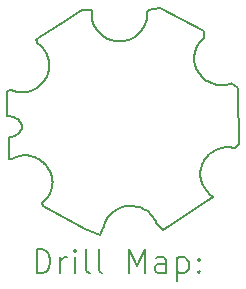
<source format=gbr>
%TF.GenerationSoftware,KiCad,Pcbnew,7.0.9-7.0.9~ubuntu22.04.1*%
%TF.CreationDate,2023-12-17T21:41:29+01:00*%
%TF.ProjectId,StarPCB,53746172-5043-4422-9e6b-696361645f70,rev?*%
%TF.SameCoordinates,Original*%
%TF.FileFunction,Drillmap*%
%TF.FilePolarity,Positive*%
%FSLAX45Y45*%
G04 Gerber Fmt 4.5, Leading zero omitted, Abs format (unit mm)*
G04 Created by KiCad (PCBNEW 7.0.9-7.0.9~ubuntu22.04.1) date 2023-12-17 21:41:29*
%MOMM*%
%LPD*%
G01*
G04 APERTURE LIST*
%ADD10C,0.200000*%
G04 APERTURE END LIST*
D10*
X12823527Y-6500680D02*
X12823739Y-6557524D01*
X12814581Y-6565760D01*
X12805924Y-6574413D01*
X12797781Y-6583462D01*
X12790161Y-6592882D01*
X12783075Y-6602653D01*
X12776534Y-6612751D01*
X12770549Y-6623155D01*
X12765129Y-6633841D01*
X12760287Y-6644787D01*
X12756032Y-6655972D01*
X12752375Y-6667371D01*
X12749327Y-6678964D01*
X12746898Y-6690727D01*
X12745099Y-6702638D01*
X12743941Y-6714675D01*
X12743434Y-6726815D01*
X12743740Y-6738609D01*
X12744647Y-6750247D01*
X12746142Y-6761716D01*
X12748208Y-6773002D01*
X12750832Y-6784089D01*
X12753999Y-6794965D01*
X12757693Y-6805613D01*
X12761900Y-6816020D01*
X12766606Y-6826172D01*
X12771795Y-6836053D01*
X12777453Y-6845651D01*
X12783565Y-6854949D01*
X12790116Y-6863934D01*
X12797091Y-6872592D01*
X12804476Y-6880908D01*
X12812257Y-6888867D01*
X12820417Y-6896456D01*
X12828943Y-6903659D01*
X12837819Y-6910463D01*
X12847032Y-6916853D01*
X12856565Y-6922814D01*
X12866405Y-6928333D01*
X12876536Y-6933395D01*
X12886945Y-6937985D01*
X12897615Y-6942089D01*
X12908533Y-6945693D01*
X12919683Y-6948781D01*
X12931051Y-6951341D01*
X12942623Y-6953357D01*
X12954382Y-6954816D01*
X12966315Y-6955702D01*
X12978407Y-6956001D01*
X12983443Y-6955886D01*
X12988472Y-6955667D01*
X12993491Y-6955343D01*
X12998499Y-6954914D01*
X13003494Y-6954382D01*
X13008475Y-6953745D01*
X13013439Y-6953005D01*
X13018386Y-6952162D01*
X13023313Y-6951216D01*
X13028218Y-6950167D01*
X13033101Y-6949017D01*
X13037959Y-6947764D01*
X13042790Y-6946409D01*
X13047594Y-6944953D01*
X13052368Y-6943396D01*
X13057110Y-6941738D01*
X13112609Y-6976930D01*
X13117106Y-7009744D01*
X13123307Y-7455143D01*
X13088684Y-7489405D01*
X13081575Y-7487507D01*
X13074414Y-7485828D01*
X13067206Y-7484370D01*
X13059956Y-7483133D01*
X13052670Y-7482118D01*
X13045352Y-7481325D01*
X13038009Y-7480757D01*
X13030645Y-7480413D01*
X13018992Y-7480694D01*
X13007417Y-7481532D01*
X12995941Y-7482921D01*
X12984583Y-7484853D01*
X12973361Y-7487320D01*
X12962295Y-7490314D01*
X12951405Y-7493827D01*
X12940710Y-7497852D01*
X12930228Y-7502381D01*
X12919980Y-7507405D01*
X12909984Y-7512918D01*
X12900260Y-7518911D01*
X12890826Y-7525377D01*
X12881703Y-7532308D01*
X12872910Y-7539695D01*
X12864465Y-7547532D01*
X12856429Y-7555768D01*
X12848853Y-7564344D01*
X12841745Y-7573241D01*
X12835115Y-7582441D01*
X12828969Y-7591924D01*
X12823315Y-7601673D01*
X12818162Y-7611668D01*
X12813518Y-7621890D01*
X12809390Y-7632321D01*
X12805786Y-7642941D01*
X12802715Y-7653733D01*
X12800184Y-7664677D01*
X12798202Y-7675754D01*
X12796777Y-7686945D01*
X12795915Y-7698233D01*
X12795626Y-7709597D01*
X12795803Y-7716821D01*
X12796211Y-7724008D01*
X12796847Y-7731153D01*
X12797709Y-7738253D01*
X12800100Y-7752299D01*
X12803365Y-7766107D01*
X12807483Y-7779644D01*
X12812434Y-7792873D01*
X12818197Y-7805759D01*
X12824753Y-7818266D01*
X12832082Y-7830357D01*
X12840163Y-7841999D01*
X12848976Y-7853154D01*
X12858502Y-7863787D01*
X12868719Y-7873863D01*
X12879608Y-7883345D01*
X12891148Y-7892198D01*
X12897156Y-7896378D01*
X12903320Y-7900387D01*
X12475956Y-8178665D01*
X12427897Y-8135877D01*
X12423129Y-8122725D01*
X12417589Y-8109962D01*
X12411304Y-8097616D01*
X12404300Y-8085713D01*
X12396606Y-8074278D01*
X12388248Y-8063339D01*
X12379252Y-8052920D01*
X12369646Y-8043048D01*
X12359456Y-8033749D01*
X12348710Y-8025050D01*
X12337435Y-8016975D01*
X12325657Y-8009552D01*
X12313403Y-8002806D01*
X12300700Y-7996764D01*
X12287576Y-7991451D01*
X12274057Y-7986894D01*
X12269510Y-7983637D01*
X12221089Y-7975524D01*
X12209410Y-7976919D01*
X12208094Y-7976702D01*
X12206777Y-7976491D01*
X12205458Y-7976289D01*
X12204138Y-7976094D01*
X12193563Y-7976453D01*
X12183100Y-7977264D01*
X12172760Y-7978519D01*
X12162553Y-7980207D01*
X12152491Y-7982320D01*
X12142584Y-7984849D01*
X12132843Y-7987784D01*
X12123280Y-7991117D01*
X12113905Y-7994838D01*
X12104729Y-7998938D01*
X12095764Y-8003408D01*
X12087020Y-8008239D01*
X12078508Y-8013421D01*
X12070239Y-8018946D01*
X12062224Y-8024805D01*
X12054474Y-8030988D01*
X12047001Y-8037486D01*
X12039814Y-8044290D01*
X12032925Y-8051391D01*
X12026345Y-8058780D01*
X12020085Y-8066448D01*
X12014156Y-8074385D01*
X12008569Y-8082582D01*
X12003334Y-8091031D01*
X11998463Y-8099722D01*
X11993967Y-8108646D01*
X11989856Y-8117794D01*
X11986142Y-8127157D01*
X11982836Y-8136725D01*
X11979948Y-8146490D01*
X11977489Y-8156442D01*
X11975471Y-8166572D01*
X11948857Y-8225587D01*
X11815378Y-8170707D01*
X11462788Y-7977902D01*
X11460230Y-7971176D01*
X11457847Y-7964493D01*
X11456617Y-7960824D01*
X11455452Y-7957128D01*
X11465619Y-7948795D01*
X11475234Y-7939967D01*
X11484283Y-7930671D01*
X11492754Y-7920934D01*
X11500633Y-7910782D01*
X11507906Y-7900243D01*
X11514560Y-7889342D01*
X11520582Y-7878107D01*
X11525959Y-7866565D01*
X11530676Y-7854742D01*
X11534720Y-7842666D01*
X11538079Y-7830362D01*
X11540738Y-7817858D01*
X11542685Y-7805180D01*
X11543905Y-7792356D01*
X11544386Y-7779412D01*
X11543900Y-7768163D01*
X11542855Y-7756998D01*
X11541257Y-7745936D01*
X11539115Y-7734995D01*
X11536438Y-7724192D01*
X11533232Y-7713547D01*
X11529506Y-7703077D01*
X11525269Y-7692801D01*
X11520527Y-7682736D01*
X11515290Y-7672901D01*
X11509564Y-7663314D01*
X11503359Y-7653993D01*
X11496682Y-7644956D01*
X11489541Y-7636221D01*
X11481944Y-7627807D01*
X11473900Y-7619732D01*
X11473074Y-7618543D01*
X11472456Y-7618280D01*
X11464189Y-7610509D01*
X11455580Y-7603172D01*
X11446647Y-7596275D01*
X11437409Y-7589827D01*
X11427884Y-7583836D01*
X11418091Y-7578308D01*
X11408047Y-7573251D01*
X11397771Y-7568674D01*
X11387282Y-7564583D01*
X11376597Y-7560987D01*
X11365736Y-7557893D01*
X11354716Y-7555308D01*
X11343555Y-7553241D01*
X11332273Y-7551699D01*
X11320887Y-7550690D01*
X11309416Y-7550221D01*
X11302054Y-7550510D01*
X11294718Y-7551023D01*
X11287413Y-7551759D01*
X11280143Y-7552715D01*
X11272915Y-7553891D01*
X11265732Y-7555285D01*
X11258601Y-7556897D01*
X11251527Y-7558723D01*
X11244515Y-7560763D01*
X11237569Y-7563016D01*
X11230695Y-7565480D01*
X11223899Y-7568154D01*
X11217185Y-7571036D01*
X11210559Y-7574124D01*
X11204025Y-7577419D01*
X11197589Y-7580917D01*
X11178985Y-7580970D01*
X11178264Y-7396743D01*
X11184051Y-7395609D01*
X11189752Y-7394322D01*
X11195362Y-7392884D01*
X11200871Y-7391298D01*
X11206275Y-7389566D01*
X11211564Y-7387690D01*
X11216733Y-7385673D01*
X11221774Y-7383515D01*
X11223585Y-7383357D01*
X11224672Y-7382218D01*
X11231577Y-7378792D01*
X11238112Y-7375129D01*
X11244266Y-7371243D01*
X11250029Y-7367147D01*
X11255390Y-7362853D01*
X11260341Y-7358374D01*
X11264870Y-7353723D01*
X11268967Y-7348913D01*
X11272622Y-7343958D01*
X11275825Y-7338868D01*
X11277254Y-7336278D01*
X11278566Y-7333659D01*
X11279760Y-7331013D01*
X11280834Y-7328342D01*
X11281788Y-7325647D01*
X11282619Y-7322930D01*
X11283328Y-7320192D01*
X11283911Y-7317436D01*
X11284369Y-7314662D01*
X11284700Y-7311873D01*
X11284903Y-7309070D01*
X11284976Y-7306254D01*
X11284703Y-7301933D01*
X11284131Y-7297661D01*
X11283266Y-7293443D01*
X11282114Y-7289282D01*
X11280682Y-7285183D01*
X11278975Y-7281152D01*
X11277001Y-7277192D01*
X11274766Y-7273309D01*
X11272275Y-7269506D01*
X11269535Y-7265789D01*
X11263335Y-7258629D01*
X11256215Y-7251866D01*
X11248226Y-7245536D01*
X11239419Y-7239675D01*
X11229844Y-7234322D01*
X11219551Y-7229511D01*
X11208591Y-7225280D01*
X11197015Y-7221666D01*
X11184873Y-7218705D01*
X11172215Y-7216434D01*
X11159093Y-7214889D01*
X11159608Y-7008650D01*
X11195161Y-6999089D01*
X11200288Y-7001120D01*
X11205457Y-7003031D01*
X11210667Y-7004822D01*
X11215915Y-7006491D01*
X11221199Y-7008039D01*
X11226516Y-7009466D01*
X11231865Y-7010770D01*
X11237243Y-7011950D01*
X11242648Y-7013008D01*
X11248079Y-7013942D01*
X11253531Y-7014751D01*
X11259004Y-7015436D01*
X11264495Y-7015995D01*
X11270002Y-7016429D01*
X11275523Y-7016736D01*
X11281054Y-7016917D01*
X11292708Y-7016636D01*
X11304282Y-7015798D01*
X11315758Y-7014408D01*
X11327116Y-7012476D01*
X11338338Y-7010010D01*
X11349403Y-7007016D01*
X11360293Y-7003502D01*
X11370989Y-6999478D01*
X11381470Y-6994949D01*
X11391718Y-6989925D01*
X11401714Y-6984412D01*
X11411439Y-6978419D01*
X11420872Y-6971953D01*
X11429995Y-6965023D01*
X11438789Y-6957635D01*
X11447233Y-6949798D01*
X11455270Y-6941563D01*
X11462846Y-6932987D01*
X11469953Y-6924089D01*
X11476584Y-6914890D01*
X11482730Y-6905406D01*
X11488384Y-6895657D01*
X11493537Y-6885663D01*
X11498181Y-6875440D01*
X11502309Y-6865010D01*
X11505913Y-6854389D01*
X11508984Y-6843597D01*
X11511514Y-6832654D01*
X11513496Y-6821576D01*
X11514922Y-6810385D01*
X11515783Y-6799097D01*
X11516072Y-6787733D01*
X11515909Y-6780584D01*
X11515519Y-6773470D01*
X11514071Y-6759365D01*
X11511747Y-6745454D01*
X11508566Y-6731771D01*
X11504547Y-6718351D01*
X11499711Y-6705229D01*
X11494075Y-6692439D01*
X11487660Y-6680016D01*
X11480485Y-6667996D01*
X11472569Y-6656412D01*
X11463932Y-6645299D01*
X11454593Y-6634693D01*
X11444570Y-6624629D01*
X11433885Y-6615140D01*
X11422555Y-6606261D01*
X11410600Y-6598028D01*
X11410367Y-6592283D01*
X11410084Y-6586792D01*
X11409740Y-6581697D01*
X11409542Y-6579344D01*
X11409326Y-6577143D01*
X11409090Y-6575113D01*
X11408832Y-6573271D01*
X11408553Y-6571636D01*
X11408249Y-6570225D01*
X11407921Y-6569055D01*
X11407567Y-6568146D01*
X11407380Y-6567794D01*
X11407186Y-6567514D01*
X11406985Y-6567308D01*
X11406776Y-6567178D01*
X11410239Y-6564053D01*
X11421863Y-6556014D01*
X11464965Y-6528014D01*
X11598195Y-6444099D01*
X11793626Y-6322747D01*
X11871451Y-6321609D01*
X11878634Y-6331480D01*
X11877998Y-6334486D01*
X11877403Y-6337499D01*
X11876849Y-6340520D01*
X11876337Y-6343547D01*
X11875867Y-6346580D01*
X11875438Y-6349620D01*
X11875052Y-6352665D01*
X11874707Y-6355716D01*
X11875013Y-6367509D01*
X11875920Y-6379147D01*
X11877415Y-6390616D01*
X11879481Y-6401902D01*
X11882105Y-6412990D01*
X11885272Y-6423865D01*
X11888966Y-6434513D01*
X11893173Y-6444920D01*
X11897879Y-6455072D01*
X11903068Y-6464954D01*
X11908726Y-6474551D01*
X11914838Y-6483849D01*
X11921389Y-6492835D01*
X11928365Y-6501492D01*
X11935750Y-6509808D01*
X11943530Y-6517767D01*
X11951691Y-6525356D01*
X11960217Y-6532559D01*
X11969094Y-6539363D01*
X11978306Y-6545753D01*
X11987840Y-6551715D01*
X11997680Y-6557233D01*
X12007812Y-6562295D01*
X12018220Y-6566885D01*
X12028891Y-6570989D01*
X12039809Y-6574593D01*
X12050960Y-6577682D01*
X12062329Y-6580241D01*
X12073900Y-6582258D01*
X12085660Y-6583716D01*
X12097594Y-6584602D01*
X12109686Y-6584901D01*
X12121778Y-6584602D01*
X12133710Y-6583715D01*
X12145470Y-6582257D01*
X12157041Y-6580240D01*
X12168409Y-6577680D01*
X12179559Y-6574591D01*
X12190476Y-6570987D01*
X12201147Y-6566883D01*
X12211555Y-6562293D01*
X12221686Y-6557231D01*
X12231526Y-6551712D01*
X12241059Y-6545750D01*
X12250271Y-6539360D01*
X12259147Y-6532556D01*
X12267673Y-6525353D01*
X12275833Y-6517764D01*
X12283613Y-6509805D01*
X12290998Y-6501489D01*
X12297973Y-6492831D01*
X12304524Y-6483846D01*
X12310636Y-6474547D01*
X12316293Y-6464950D01*
X12321482Y-6455069D01*
X12326187Y-6444917D01*
X12330394Y-6434510D01*
X12334088Y-6423862D01*
X12337254Y-6412987D01*
X12339878Y-6401900D01*
X12341944Y-6390615D01*
X12343438Y-6379146D01*
X12344346Y-6367508D01*
X12344652Y-6355716D01*
X12344399Y-6354020D01*
X12344134Y-6352327D01*
X12343857Y-6350636D01*
X12343567Y-6348947D01*
X12354211Y-6319491D01*
X12454826Y-6303213D01*
X12823527Y-6500680D01*
X11409869Y-8547071D02*
X11409869Y-8347071D01*
X11409869Y-8347071D02*
X11457488Y-8347071D01*
X11457488Y-8347071D02*
X11486060Y-8356595D01*
X11486060Y-8356595D02*
X11505107Y-8375642D01*
X11505107Y-8375642D02*
X11514631Y-8394690D01*
X11514631Y-8394690D02*
X11524155Y-8432785D01*
X11524155Y-8432785D02*
X11524155Y-8461357D01*
X11524155Y-8461357D02*
X11514631Y-8499452D01*
X11514631Y-8499452D02*
X11505107Y-8518499D01*
X11505107Y-8518499D02*
X11486060Y-8537547D01*
X11486060Y-8537547D02*
X11457488Y-8547071D01*
X11457488Y-8547071D02*
X11409869Y-8547071D01*
X11609869Y-8547071D02*
X11609869Y-8413737D01*
X11609869Y-8451833D02*
X11619393Y-8432785D01*
X11619393Y-8432785D02*
X11628917Y-8423261D01*
X11628917Y-8423261D02*
X11647965Y-8413737D01*
X11647965Y-8413737D02*
X11667012Y-8413737D01*
X11733679Y-8547071D02*
X11733679Y-8413737D01*
X11733679Y-8347071D02*
X11724155Y-8356595D01*
X11724155Y-8356595D02*
X11733679Y-8366118D01*
X11733679Y-8366118D02*
X11743203Y-8356595D01*
X11743203Y-8356595D02*
X11733679Y-8347071D01*
X11733679Y-8347071D02*
X11733679Y-8366118D01*
X11857488Y-8547071D02*
X11838441Y-8537547D01*
X11838441Y-8537547D02*
X11828917Y-8518499D01*
X11828917Y-8518499D02*
X11828917Y-8347071D01*
X11962250Y-8547071D02*
X11943203Y-8537547D01*
X11943203Y-8537547D02*
X11933679Y-8518499D01*
X11933679Y-8518499D02*
X11933679Y-8347071D01*
X12190822Y-8547071D02*
X12190822Y-8347071D01*
X12190822Y-8347071D02*
X12257488Y-8489928D01*
X12257488Y-8489928D02*
X12324155Y-8347071D01*
X12324155Y-8347071D02*
X12324155Y-8547071D01*
X12505107Y-8547071D02*
X12505107Y-8442309D01*
X12505107Y-8442309D02*
X12495584Y-8423261D01*
X12495584Y-8423261D02*
X12476536Y-8413737D01*
X12476536Y-8413737D02*
X12438441Y-8413737D01*
X12438441Y-8413737D02*
X12419393Y-8423261D01*
X12505107Y-8537547D02*
X12486060Y-8547071D01*
X12486060Y-8547071D02*
X12438441Y-8547071D01*
X12438441Y-8547071D02*
X12419393Y-8537547D01*
X12419393Y-8537547D02*
X12409869Y-8518499D01*
X12409869Y-8518499D02*
X12409869Y-8499452D01*
X12409869Y-8499452D02*
X12419393Y-8480404D01*
X12419393Y-8480404D02*
X12438441Y-8470880D01*
X12438441Y-8470880D02*
X12486060Y-8470880D01*
X12486060Y-8470880D02*
X12505107Y-8461357D01*
X12600346Y-8413737D02*
X12600346Y-8613737D01*
X12600346Y-8423261D02*
X12619393Y-8413737D01*
X12619393Y-8413737D02*
X12657488Y-8413737D01*
X12657488Y-8413737D02*
X12676536Y-8423261D01*
X12676536Y-8423261D02*
X12686060Y-8432785D01*
X12686060Y-8432785D02*
X12695584Y-8451833D01*
X12695584Y-8451833D02*
X12695584Y-8508976D01*
X12695584Y-8508976D02*
X12686060Y-8528023D01*
X12686060Y-8528023D02*
X12676536Y-8537547D01*
X12676536Y-8537547D02*
X12657488Y-8547071D01*
X12657488Y-8547071D02*
X12619393Y-8547071D01*
X12619393Y-8547071D02*
X12600346Y-8537547D01*
X12781298Y-8528023D02*
X12790822Y-8537547D01*
X12790822Y-8537547D02*
X12781298Y-8547071D01*
X12781298Y-8547071D02*
X12771774Y-8537547D01*
X12771774Y-8537547D02*
X12781298Y-8528023D01*
X12781298Y-8528023D02*
X12781298Y-8547071D01*
X12781298Y-8423261D02*
X12790822Y-8432785D01*
X12790822Y-8432785D02*
X12781298Y-8442309D01*
X12781298Y-8442309D02*
X12771774Y-8432785D01*
X12771774Y-8432785D02*
X12781298Y-8423261D01*
X12781298Y-8423261D02*
X12781298Y-8442309D01*
M02*

</source>
